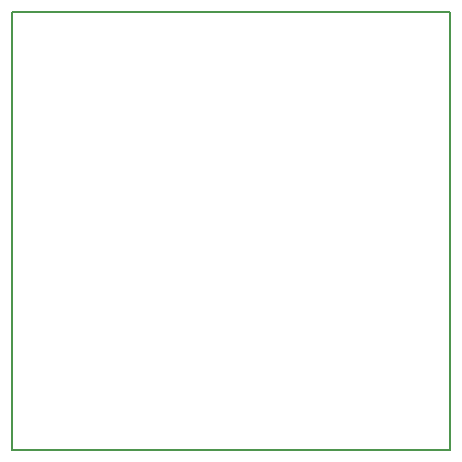
<source format=gko>
G04 #@! TF.FileFunction,Profile,NP*
%FSLAX46Y46*%
G04 Gerber Fmt 4.6, Leading zero omitted, Abs format (unit mm)*
G04 Created by KiCad (PCBNEW 4.0.3-stable) date 08/20/16 15:19:20*
%MOMM*%
%LPD*%
G01*
G04 APERTURE LIST*
%ADD10C,0.100000*%
%ADD11C,0.150000*%
G04 APERTURE END LIST*
D10*
D11*
X125984000Y-121412000D02*
X125984000Y-120904000D01*
X163068000Y-121412000D02*
X125984000Y-121412000D01*
X163068000Y-84328000D02*
X163068000Y-121412000D01*
X125984000Y-84328000D02*
X163068000Y-84328000D01*
X125984000Y-120904000D02*
X125984000Y-84328000D01*
M02*

</source>
